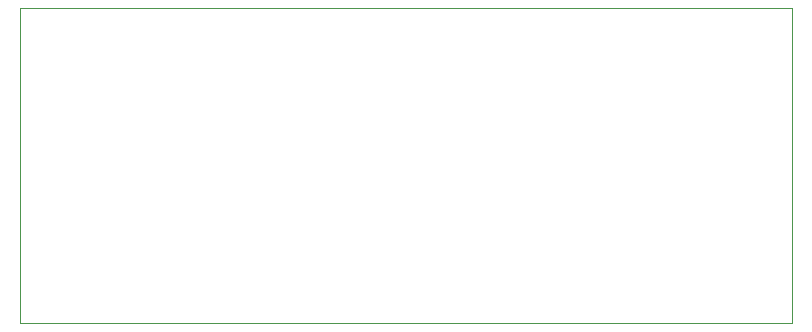
<source format=gbr>
%TF.GenerationSoftware,KiCad,Pcbnew,7.0.9*%
%TF.CreationDate,2024-02-01T16:38:21+03:00*%
%TF.ProjectId,line_sensor,6c696e65-5f73-4656-9e73-6f722e6b6963,rev?*%
%TF.SameCoordinates,Original*%
%TF.FileFunction,Profile,NP*%
%FSLAX46Y46*%
G04 Gerber Fmt 4.6, Leading zero omitted, Abs format (unit mm)*
G04 Created by KiCad (PCBNEW 7.0.9) date 2024-02-01 16:38:21*
%MOMM*%
%LPD*%
G01*
G04 APERTURE LIST*
%TA.AperFunction,Profile*%
%ADD10C,0.100000*%
%TD*%
G04 APERTURE END LIST*
D10*
X161925000Y-68580000D02*
X161925000Y-69215000D01*
X96520000Y-69215000D02*
X97155000Y-69215000D01*
X96520000Y-68580000D02*
X96520000Y-69215000D01*
X96520000Y-42545000D02*
X96520000Y-68580000D01*
X161925000Y-69215000D02*
X97155000Y-69215000D01*
X161925000Y-42545000D02*
X161925000Y-68580000D01*
X96520000Y-42545000D02*
X161925000Y-42545000D01*
M02*

</source>
